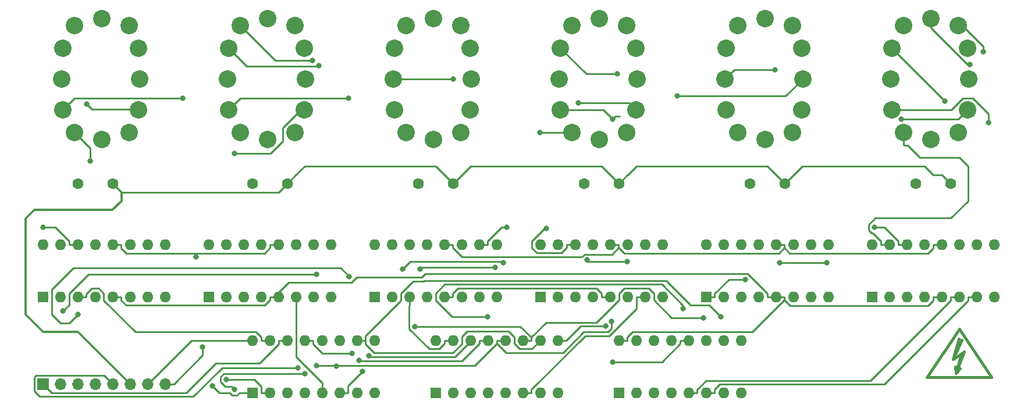
<source format=gbr>
G04 #@! TF.GenerationSoftware,KiCad,Pcbnew,(5.0.2)-1*
G04 #@! TF.CreationDate,2019-01-06T13:33:06-08:00*
G04 #@! TF.ProjectId,banana-nixie-clock,62616e61-6e61-42d6-9e69-7869652d636c,rev?*
G04 #@! TF.SameCoordinates,Original*
G04 #@! TF.FileFunction,Copper,L1,Top*
G04 #@! TF.FilePolarity,Positive*
%FSLAX46Y46*%
G04 Gerber Fmt 4.6, Leading zero omitted, Abs format (unit mm)*
G04 Created by KiCad (PCBNEW (5.0.2)-1) date 1/6/2019 1:33:06 PM*
%MOMM*%
%LPD*%
G01*
G04 APERTURE LIST*
G04 #@! TA.AperFunction,EtchedComponent*
%ADD10C,0.381000*%
G04 #@! TD*
G04 #@! TA.AperFunction,ComponentPad*
%ADD11C,2.540000*%
G04 #@! TD*
G04 #@! TA.AperFunction,ComponentPad*
%ADD12R,1.700000X1.700000*%
G04 #@! TD*
G04 #@! TA.AperFunction,ComponentPad*
%ADD13O,1.700000X1.700000*%
G04 #@! TD*
G04 #@! TA.AperFunction,ComponentPad*
%ADD14R,1.600000X1.600000*%
G04 #@! TD*
G04 #@! TA.AperFunction,ComponentPad*
%ADD15O,1.600000X1.600000*%
G04 #@! TD*
G04 #@! TA.AperFunction,ComponentPad*
%ADD16C,1.600000*%
G04 #@! TD*
G04 #@! TA.AperFunction,ViaPad*
%ADD17C,0.800000*%
G04 #@! TD*
G04 #@! TA.AperFunction,Conductor*
%ADD18C,0.250000*%
G04 #@! TD*
G04 #@! TA.AperFunction,Conductor*
%ADD19C,0.300000*%
G04 #@! TD*
G04 APERTURE END LIST*
D10*
G04 #@! TO.C,REF\002A\002A*
X155321000Y-96774000D02*
X160020000Y-89789000D01*
X164719000Y-96774000D02*
X155321000Y-96774000D01*
X160020000Y-89789000D02*
X164719000Y-96774000D01*
X159522160Y-96179640D02*
X159420560Y-95280480D01*
X160319720Y-93380560D02*
X159522160Y-96179640D01*
X159120840Y-94180660D02*
X160319720Y-93380560D01*
X159920940Y-91180920D02*
X159120840Y-94180660D01*
X159522160Y-96179640D02*
X160121600Y-95481140D01*
X159120840Y-94180660D02*
X160421320Y-91379040D01*
X160721040Y-93080840D02*
X160121600Y-93479620D01*
X159522160Y-96179640D02*
X160721040Y-93080840D01*
G04 #@! TD*
D11*
G04 #@! TO.P,N1,LHDP*
G04 #@! TO.N,Net-(N1-PadLHDP)*
X35242500Y-62156340D03*
G04 #@! TO.P,N1,A*
G04 #@! TO.N,Net-(N1-PadA)*
X39240460Y-61155580D03*
G04 #@! TO.P,N1,9*
G04 #@! TO.N,Net-(N1-Pad9)*
X40733980Y-53340000D03*
G04 #@! TO.P,N1,8*
G04 #@! TO.N,Net-(N1-Pad8)*
X40606980Y-48841660D03*
G04 #@! TO.P,N1,7*
G04 #@! TO.N,Net-(N1-Pad7)*
X39240460Y-45524420D03*
G04 #@! TO.P,N1,6*
G04 #@! TO.N,Net-(N1-Pad6)*
X35242500Y-44523660D03*
G04 #@! TO.P,N1,5*
G04 #@! TO.N,Net-(N1-Pad5)*
X31244540Y-45524420D03*
G04 #@! TO.P,N1,4*
G04 #@! TO.N,Net-(N1-Pad4)*
X29560520Y-48841660D03*
G04 #@! TO.P,N1,3*
G04 #@! TO.N,Net-(N1-Pad3)*
X29433520Y-53340000D03*
G04 #@! TO.P,N1,2*
G04 #@! TO.N,Net-(N1-Pad2)*
X29560520Y-57838340D03*
G04 #@! TO.P,N1,1*
G04 #@! TO.N,Net-(N1-Pad1)*
X31244540Y-61155580D03*
G04 #@! TO.P,N1,0*
G04 #@! TO.N,Net-(N1-Pad0)*
X40606980Y-57838340D03*
G04 #@! TD*
G04 #@! TO.P,N2,0*
G04 #@! TO.N,Net-(N2-Pad0)*
X64736980Y-57838340D03*
G04 #@! TO.P,N2,1*
G04 #@! TO.N,Net-(N2-Pad1)*
X55374540Y-61155580D03*
G04 #@! TO.P,N2,2*
G04 #@! TO.N,Net-(N2-Pad2)*
X53690520Y-57838340D03*
G04 #@! TO.P,N2,3*
G04 #@! TO.N,Net-(N2-Pad3)*
X53563520Y-53340000D03*
G04 #@! TO.P,N2,4*
G04 #@! TO.N,Net-(N2-Pad4)*
X53690520Y-48841660D03*
G04 #@! TO.P,N2,5*
G04 #@! TO.N,Net-(N2-Pad5)*
X55374540Y-45524420D03*
G04 #@! TO.P,N2,6*
G04 #@! TO.N,Net-(N2-Pad6)*
X59372500Y-44523660D03*
G04 #@! TO.P,N2,7*
G04 #@! TO.N,Net-(N2-Pad7)*
X63370460Y-45524420D03*
G04 #@! TO.P,N2,8*
G04 #@! TO.N,Net-(N2-Pad8)*
X64736980Y-48841660D03*
G04 #@! TO.P,N2,9*
G04 #@! TO.N,Net-(N2-Pad9)*
X64863980Y-53340000D03*
G04 #@! TO.P,N2,A*
G04 #@! TO.N,Net-(N2-PadA)*
X63370460Y-61155580D03*
G04 #@! TO.P,N2,LHDP*
G04 #@! TO.N,Net-(N2-PadLHDP)*
X59372500Y-62156340D03*
G04 #@! TD*
G04 #@! TO.P,N3,LHDP*
G04 #@! TO.N,Net-(N3-PadLHDP)*
X83502500Y-62156340D03*
G04 #@! TO.P,N3,A*
G04 #@! TO.N,Net-(N3-PadA)*
X87500460Y-61155580D03*
G04 #@! TO.P,N3,9*
G04 #@! TO.N,Net-(N3-Pad9)*
X88993980Y-53340000D03*
G04 #@! TO.P,N3,8*
G04 #@! TO.N,Net-(N3-Pad8)*
X88866980Y-48841660D03*
G04 #@! TO.P,N3,7*
G04 #@! TO.N,Net-(N3-Pad7)*
X87500460Y-45524420D03*
G04 #@! TO.P,N3,6*
G04 #@! TO.N,Net-(N3-Pad6)*
X83502500Y-44523660D03*
G04 #@! TO.P,N3,5*
G04 #@! TO.N,Net-(N3-Pad5)*
X79504540Y-45524420D03*
G04 #@! TO.P,N3,4*
G04 #@! TO.N,Net-(N3-Pad4)*
X77820520Y-48841660D03*
G04 #@! TO.P,N3,3*
G04 #@! TO.N,Net-(N3-Pad3)*
X77693520Y-53340000D03*
G04 #@! TO.P,N3,2*
G04 #@! TO.N,Net-(N3-Pad2)*
X77820520Y-57838340D03*
G04 #@! TO.P,N3,1*
G04 #@! TO.N,Net-(N3-Pad1)*
X79504540Y-61155580D03*
G04 #@! TO.P,N3,0*
G04 #@! TO.N,Net-(N3-Pad0)*
X88866980Y-57838340D03*
G04 #@! TD*
G04 #@! TO.P,N4,0*
G04 #@! TO.N,Net-(N4-Pad0)*
X112996980Y-57838340D03*
G04 #@! TO.P,N4,1*
G04 #@! TO.N,Net-(N4-Pad1)*
X103634540Y-61155580D03*
G04 #@! TO.P,N4,2*
G04 #@! TO.N,Net-(N4-Pad2)*
X101950520Y-57838340D03*
G04 #@! TO.P,N4,3*
G04 #@! TO.N,Net-(N4-Pad3)*
X101823520Y-53340000D03*
G04 #@! TO.P,N4,4*
G04 #@! TO.N,Net-(N4-Pad4)*
X101950520Y-48841660D03*
G04 #@! TO.P,N4,5*
G04 #@! TO.N,Net-(N4-Pad5)*
X103634540Y-45524420D03*
G04 #@! TO.P,N4,6*
G04 #@! TO.N,Net-(N4-Pad6)*
X107632500Y-44523660D03*
G04 #@! TO.P,N4,7*
G04 #@! TO.N,Net-(N4-Pad7)*
X111630460Y-45524420D03*
G04 #@! TO.P,N4,8*
G04 #@! TO.N,Net-(N4-Pad8)*
X112996980Y-48841660D03*
G04 #@! TO.P,N4,9*
G04 #@! TO.N,Net-(N4-Pad9)*
X113123980Y-53340000D03*
G04 #@! TO.P,N4,A*
G04 #@! TO.N,Net-(N4-PadA)*
X111630460Y-61155580D03*
G04 #@! TO.P,N4,LHDP*
G04 #@! TO.N,Net-(N4-PadLHDP)*
X107632500Y-62156340D03*
G04 #@! TD*
G04 #@! TO.P,N5,LHDP*
G04 #@! TO.N,Net-(N5-PadLHDP)*
X131762500Y-62156340D03*
G04 #@! TO.P,N5,A*
G04 #@! TO.N,Net-(N5-PadA)*
X135760460Y-61155580D03*
G04 #@! TO.P,N5,9*
G04 #@! TO.N,Net-(N5-Pad9)*
X137253980Y-53340000D03*
G04 #@! TO.P,N5,8*
G04 #@! TO.N,Net-(N5-Pad8)*
X137126980Y-48841660D03*
G04 #@! TO.P,N5,7*
G04 #@! TO.N,Net-(N5-Pad7)*
X135760460Y-45524420D03*
G04 #@! TO.P,N5,6*
G04 #@! TO.N,Net-(N5-Pad6)*
X131762500Y-44523660D03*
G04 #@! TO.P,N5,5*
G04 #@! TO.N,Net-(N5-Pad5)*
X127764540Y-45524420D03*
G04 #@! TO.P,N5,4*
G04 #@! TO.N,Net-(N5-Pad4)*
X126080520Y-48841660D03*
G04 #@! TO.P,N5,3*
G04 #@! TO.N,Net-(N5-Pad3)*
X125953520Y-53340000D03*
G04 #@! TO.P,N5,2*
G04 #@! TO.N,Net-(N5-Pad2)*
X126080520Y-57838340D03*
G04 #@! TO.P,N5,1*
G04 #@! TO.N,Net-(N5-Pad1)*
X127764540Y-61155580D03*
G04 #@! TO.P,N5,0*
G04 #@! TO.N,Net-(N5-Pad0)*
X137126980Y-57838340D03*
G04 #@! TD*
G04 #@! TO.P,N6,0*
G04 #@! TO.N,Net-(N6-Pad0)*
X161256980Y-57838340D03*
G04 #@! TO.P,N6,1*
G04 #@! TO.N,Net-(N6-Pad1)*
X151894540Y-61155580D03*
G04 #@! TO.P,N6,2*
G04 #@! TO.N,Net-(N6-Pad2)*
X150210520Y-57838340D03*
G04 #@! TO.P,N6,3*
G04 #@! TO.N,Net-(N6-Pad3)*
X150083520Y-53340000D03*
G04 #@! TO.P,N6,4*
G04 #@! TO.N,Net-(N6-Pad4)*
X150210520Y-48841660D03*
G04 #@! TO.P,N6,5*
G04 #@! TO.N,Net-(N6-Pad5)*
X151894540Y-45524420D03*
G04 #@! TO.P,N6,6*
G04 #@! TO.N,Net-(N6-Pad6)*
X155892500Y-44523660D03*
G04 #@! TO.P,N6,7*
G04 #@! TO.N,Net-(N6-Pad7)*
X159890460Y-45524420D03*
G04 #@! TO.P,N6,8*
G04 #@! TO.N,Net-(N6-Pad8)*
X161256980Y-48841660D03*
G04 #@! TO.P,N6,9*
G04 #@! TO.N,Net-(N6-Pad9)*
X161383980Y-53340000D03*
G04 #@! TO.P,N6,A*
G04 #@! TO.N,Net-(N6-PadA)*
X159890460Y-61155580D03*
G04 #@! TO.P,N6,LHDP*
G04 #@! TO.N,Net-(N6-PadLHDP)*
X155892500Y-62156340D03*
G04 #@! TD*
D12*
G04 #@! TO.P,J1,1*
G04 #@! TO.N,Net-(J1-Pad1)*
X26670000Y-97790000D03*
D13*
G04 #@! TO.P,J1,2*
G04 #@! TO.N,Net-(J1-Pad2)*
X29210000Y-97790000D03*
G04 #@! TO.P,J1,3*
G04 #@! TO.N,Net-(J1-Pad3)*
X31750000Y-97790000D03*
G04 #@! TO.P,J1,4*
G04 #@! TO.N,Net-(J1-Pad4)*
X34290000Y-97790000D03*
G04 #@! TO.P,J1,5*
G04 #@! TO.N,Net-(J1-Pad5)*
X36830000Y-97790000D03*
G04 #@! TO.P,J1,6*
G04 #@! TO.N,Net-(J1-Pad6)*
X39370000Y-97790000D03*
G04 #@! TO.P,J1,7*
G04 #@! TO.N,+5V*
X41910000Y-97790000D03*
G04 #@! TO.P,J1,8*
G04 #@! TO.N,GND*
X44450000Y-97790000D03*
G04 #@! TD*
D14*
G04 #@! TO.P,U4,1*
G04 #@! TO.N,Net-(U4-Pad1)*
X83820000Y-99060000D03*
D15*
G04 #@! TO.P,U4,9*
G04 #@! TO.N,Net-(U4-Pad9)*
X101600000Y-91440000D03*
G04 #@! TO.P,U4,2*
G04 #@! TO.N,Net-(U4-Pad2)*
X86360000Y-99060000D03*
G04 #@! TO.P,U4,10*
G04 #@! TO.N,Net-(J1-Pad3)*
X99060000Y-91440000D03*
G04 #@! TO.P,U4,3*
G04 #@! TO.N,Net-(U4-Pad3)*
X88900000Y-99060000D03*
G04 #@! TO.P,U4,11*
G04 #@! TO.N,Net-(J1-Pad2)*
X96520000Y-91440000D03*
G04 #@! TO.P,U4,4*
G04 #@! TO.N,Net-(U4-Pad4)*
X91440000Y-99060000D03*
G04 #@! TO.P,U4,12*
G04 #@! TO.N,Net-(J1-Pad4)*
X93980000Y-91440000D03*
G04 #@! TO.P,U4,5*
G04 #@! TO.N,Net-(U4-Pad5)*
X93980000Y-99060000D03*
G04 #@! TO.P,U4,13*
G04 #@! TO.N,Net-(J1-Pad5)*
X91440000Y-91440000D03*
G04 #@! TO.P,U4,6*
G04 #@! TO.N,Net-(U4-Pad6)*
X96520000Y-99060000D03*
G04 #@! TO.P,U4,14*
G04 #@! TO.N,Net-(U2-Pad9)*
X88900000Y-91440000D03*
G04 #@! TO.P,U4,7*
G04 #@! TO.N,Net-(U4-Pad7)*
X99060000Y-99060000D03*
G04 #@! TO.P,U4,15*
G04 #@! TO.N,Net-(U4-Pad15)*
X86360000Y-91440000D03*
G04 #@! TO.P,U4,8*
G04 #@! TO.N,GND*
X101600000Y-99060000D03*
G04 #@! TO.P,U4,16*
G04 #@! TO.N,+5V*
X83820000Y-91440000D03*
G04 #@! TD*
G04 #@! TO.P,U1,16*
G04 #@! TO.N,Net-(N1-Pad0)*
X26670000Y-77470000D03*
G04 #@! TO.P,U1,8*
G04 #@! TO.N,Net-(N1-Pad2)*
X44450000Y-85090000D03*
G04 #@! TO.P,U1,15*
G04 #@! TO.N,Net-(N1-Pad1)*
X29210000Y-77470000D03*
G04 #@! TO.P,U1,7*
G04 #@! TO.N,Net-(U1-Pad7)*
X41910000Y-85090000D03*
G04 #@! TO.P,U1,14*
G04 #@! TO.N,Net-(N1-Pad5)*
X31750000Y-77470000D03*
G04 #@! TO.P,U1,6*
G04 #@! TO.N,Net-(U1-Pad6)*
X39370000Y-85090000D03*
G04 #@! TO.P,U1,13*
G04 #@! TO.N,Net-(N1-Pad4)*
X34290000Y-77470000D03*
G04 #@! TO.P,U1,5*
G04 #@! TO.N,+5V*
X36830000Y-85090000D03*
G04 #@! TO.P,U1,12*
G04 #@! TO.N,GND*
X36830000Y-77470000D03*
G04 #@! TO.P,U1,4*
G04 #@! TO.N,Net-(U1-Pad4)*
X34290000Y-85090000D03*
G04 #@! TO.P,U1,11*
G04 #@! TO.N,Net-(N1-Pad6)*
X39370000Y-77470000D03*
G04 #@! TO.P,U1,3*
G04 #@! TO.N,Net-(U1-Pad3)*
X31750000Y-85090000D03*
G04 #@! TO.P,U1,10*
G04 #@! TO.N,Net-(N1-Pad7)*
X41910000Y-77470000D03*
G04 #@! TO.P,U1,2*
G04 #@! TO.N,Net-(N1-Pad9)*
X29210000Y-85090000D03*
G04 #@! TO.P,U1,9*
G04 #@! TO.N,Net-(N1-Pad3)*
X44450000Y-77470000D03*
D14*
G04 #@! TO.P,U1,1*
G04 #@! TO.N,Net-(N1-Pad8)*
X26670000Y-85090000D03*
G04 #@! TD*
G04 #@! TO.P,U2,1*
G04 #@! TO.N,Net-(U1-Pad6)*
X57150000Y-99060000D03*
D15*
G04 #@! TO.P,U2,9*
G04 #@! TO.N,Net-(U2-Pad9)*
X74930000Y-91440000D03*
G04 #@! TO.P,U2,2*
G04 #@! TO.N,Net-(U1-Pad7)*
X59690000Y-99060000D03*
G04 #@! TO.P,U2,10*
G04 #@! TO.N,Net-(J1-Pad3)*
X72390000Y-91440000D03*
G04 #@! TO.P,U2,3*
G04 #@! TO.N,Net-(U1-Pad4)*
X62230000Y-99060000D03*
G04 #@! TO.P,U2,11*
G04 #@! TO.N,Net-(J1-Pad2)*
X69850000Y-91440000D03*
G04 #@! TO.P,U2,4*
G04 #@! TO.N,Net-(U2-Pad4)*
X64770000Y-99060000D03*
G04 #@! TO.P,U2,12*
G04 #@! TO.N,Net-(J1-Pad4)*
X67310000Y-91440000D03*
G04 #@! TO.P,U2,5*
G04 #@! TO.N,Net-(U2-Pad5)*
X67310000Y-99060000D03*
G04 #@! TO.P,U2,13*
G04 #@! TO.N,Net-(J1-Pad5)*
X64770000Y-91440000D03*
G04 #@! TO.P,U2,6*
G04 #@! TO.N,Net-(U2-Pad6)*
X69850000Y-99060000D03*
G04 #@! TO.P,U2,14*
G04 #@! TO.N,Net-(J1-Pad1)*
X62230000Y-91440000D03*
G04 #@! TO.P,U2,7*
G04 #@! TO.N,Net-(U2-Pad7)*
X72390000Y-99060000D03*
G04 #@! TO.P,U2,15*
G04 #@! TO.N,Net-(U1-Pad3)*
X59690000Y-91440000D03*
G04 #@! TO.P,U2,8*
G04 #@! TO.N,GND*
X74930000Y-99060000D03*
G04 #@! TO.P,U2,16*
G04 #@! TO.N,+5V*
X57150000Y-91440000D03*
G04 #@! TD*
G04 #@! TO.P,U3,16*
G04 #@! TO.N,Net-(N2-Pad0)*
X50800000Y-77470000D03*
G04 #@! TO.P,U3,8*
G04 #@! TO.N,Net-(N2-Pad2)*
X68580000Y-85090000D03*
G04 #@! TO.P,U3,15*
G04 #@! TO.N,Net-(N2-Pad1)*
X53340000Y-77470000D03*
G04 #@! TO.P,U3,7*
G04 #@! TO.N,Net-(U2-Pad6)*
X66040000Y-85090000D03*
G04 #@! TO.P,U3,14*
G04 #@! TO.N,Net-(N2-Pad5)*
X55880000Y-77470000D03*
G04 #@! TO.P,U3,6*
G04 #@! TO.N,Net-(U2-Pad5)*
X63500000Y-85090000D03*
G04 #@! TO.P,U3,13*
G04 #@! TO.N,Net-(N2-Pad4)*
X58420000Y-77470000D03*
G04 #@! TO.P,U3,5*
G04 #@! TO.N,+5V*
X60960000Y-85090000D03*
G04 #@! TO.P,U3,12*
G04 #@! TO.N,GND*
X60960000Y-77470000D03*
G04 #@! TO.P,U3,4*
G04 #@! TO.N,Net-(U2-Pad7)*
X58420000Y-85090000D03*
G04 #@! TO.P,U3,11*
G04 #@! TO.N,Net-(N2-Pad6)*
X63500000Y-77470000D03*
G04 #@! TO.P,U3,3*
G04 #@! TO.N,Net-(U2-Pad4)*
X55880000Y-85090000D03*
G04 #@! TO.P,U3,10*
G04 #@! TO.N,Net-(N2-Pad7)*
X66040000Y-77470000D03*
G04 #@! TO.P,U3,2*
G04 #@! TO.N,Net-(N2-Pad9)*
X53340000Y-85090000D03*
G04 #@! TO.P,U3,9*
G04 #@! TO.N,Net-(N2-Pad3)*
X68580000Y-77470000D03*
D14*
G04 #@! TO.P,U3,1*
G04 #@! TO.N,Net-(N2-Pad8)*
X50800000Y-85090000D03*
G04 #@! TD*
G04 #@! TO.P,U5,1*
G04 #@! TO.N,Net-(U5-Pad1)*
X110490000Y-99060000D03*
D15*
G04 #@! TO.P,U5,9*
G04 #@! TO.N,Net-(U5-Pad9)*
X128270000Y-91440000D03*
G04 #@! TO.P,U5,2*
G04 #@! TO.N,Net-(U5-Pad2)*
X113030000Y-99060000D03*
G04 #@! TO.P,U5,10*
G04 #@! TO.N,Net-(J1-Pad3)*
X125730000Y-91440000D03*
G04 #@! TO.P,U5,3*
G04 #@! TO.N,Net-(U5-Pad3)*
X115570000Y-99060000D03*
G04 #@! TO.P,U5,11*
G04 #@! TO.N,Net-(J1-Pad2)*
X123190000Y-91440000D03*
G04 #@! TO.P,U5,4*
G04 #@! TO.N,Net-(U5-Pad4)*
X118110000Y-99060000D03*
G04 #@! TO.P,U5,12*
G04 #@! TO.N,Net-(J1-Pad4)*
X120650000Y-91440000D03*
G04 #@! TO.P,U5,5*
G04 #@! TO.N,Net-(U5-Pad5)*
X120650000Y-99060000D03*
G04 #@! TO.P,U5,13*
G04 #@! TO.N,Net-(J1-Pad5)*
X118110000Y-91440000D03*
G04 #@! TO.P,U5,6*
G04 #@! TO.N,Net-(U5-Pad6)*
X123190000Y-99060000D03*
G04 #@! TO.P,U5,14*
G04 #@! TO.N,Net-(U4-Pad9)*
X115570000Y-91440000D03*
G04 #@! TO.P,U5,7*
G04 #@! TO.N,Net-(U5-Pad7)*
X125730000Y-99060000D03*
G04 #@! TO.P,U5,15*
G04 #@! TO.N,Net-(U5-Pad15)*
X113030000Y-91440000D03*
G04 #@! TO.P,U5,8*
G04 #@! TO.N,GND*
X128270000Y-99060000D03*
G04 #@! TO.P,U5,16*
G04 #@! TO.N,+5V*
X110490000Y-91440000D03*
G04 #@! TD*
G04 #@! TO.P,U7,16*
G04 #@! TO.N,Net-(N4-Pad0)*
X99060000Y-77470000D03*
G04 #@! TO.P,U7,8*
G04 #@! TO.N,Net-(N4-Pad2)*
X116840000Y-85090000D03*
G04 #@! TO.P,U7,15*
G04 #@! TO.N,Net-(N4-Pad1)*
X101600000Y-77470000D03*
G04 #@! TO.P,U7,7*
G04 #@! TO.N,Net-(U4-Pad6)*
X114300000Y-85090000D03*
G04 #@! TO.P,U7,14*
G04 #@! TO.N,Net-(N4-Pad5)*
X104140000Y-77470000D03*
G04 #@! TO.P,U7,6*
G04 #@! TO.N,Net-(U4-Pad5)*
X111760000Y-85090000D03*
G04 #@! TO.P,U7,13*
G04 #@! TO.N,Net-(N4-Pad4)*
X106680000Y-77470000D03*
G04 #@! TO.P,U7,5*
G04 #@! TO.N,+5V*
X109220000Y-85090000D03*
G04 #@! TO.P,U7,12*
G04 #@! TO.N,GND*
X109220000Y-77470000D03*
G04 #@! TO.P,U7,4*
G04 #@! TO.N,Net-(U4-Pad7)*
X106680000Y-85090000D03*
G04 #@! TO.P,U7,11*
G04 #@! TO.N,Net-(N4-Pad6)*
X111760000Y-77470000D03*
G04 #@! TO.P,U7,3*
G04 #@! TO.N,Net-(U4-Pad4)*
X104140000Y-85090000D03*
G04 #@! TO.P,U7,10*
G04 #@! TO.N,Net-(N4-Pad7)*
X114300000Y-77470000D03*
G04 #@! TO.P,U7,2*
G04 #@! TO.N,Net-(N4-Pad9)*
X101600000Y-85090000D03*
G04 #@! TO.P,U7,9*
G04 #@! TO.N,Net-(N4-Pad3)*
X116840000Y-77470000D03*
D14*
G04 #@! TO.P,U7,1*
G04 #@! TO.N,Net-(N4-Pad8)*
X99060000Y-85090000D03*
G04 #@! TD*
G04 #@! TO.P,U8,1*
G04 #@! TO.N,Net-(N5-Pad8)*
X123190000Y-85090000D03*
D15*
G04 #@! TO.P,U8,9*
G04 #@! TO.N,Net-(N5-Pad3)*
X140970000Y-77470000D03*
G04 #@! TO.P,U8,2*
G04 #@! TO.N,Net-(N5-Pad9)*
X125730000Y-85090000D03*
G04 #@! TO.P,U8,10*
G04 #@! TO.N,Net-(N5-Pad7)*
X138430000Y-77470000D03*
G04 #@! TO.P,U8,3*
G04 #@! TO.N,Net-(U5-Pad15)*
X128270000Y-85090000D03*
G04 #@! TO.P,U8,11*
G04 #@! TO.N,Net-(N5-Pad6)*
X135890000Y-77470000D03*
G04 #@! TO.P,U8,4*
G04 #@! TO.N,Net-(U5-Pad3)*
X130810000Y-85090000D03*
G04 #@! TO.P,U8,12*
G04 #@! TO.N,GND*
X133350000Y-77470000D03*
G04 #@! TO.P,U8,5*
G04 #@! TO.N,+5V*
X133350000Y-85090000D03*
G04 #@! TO.P,U8,13*
G04 #@! TO.N,Net-(N5-Pad4)*
X130810000Y-77470000D03*
G04 #@! TO.P,U8,6*
G04 #@! TO.N,Net-(U5-Pad1)*
X135890000Y-85090000D03*
G04 #@! TO.P,U8,14*
G04 #@! TO.N,Net-(N5-Pad5)*
X128270000Y-77470000D03*
G04 #@! TO.P,U8,7*
G04 #@! TO.N,Net-(U5-Pad2)*
X138430000Y-85090000D03*
G04 #@! TO.P,U8,15*
G04 #@! TO.N,Net-(N5-Pad1)*
X125730000Y-77470000D03*
G04 #@! TO.P,U8,8*
G04 #@! TO.N,Net-(N5-Pad2)*
X140970000Y-85090000D03*
G04 #@! TO.P,U8,16*
G04 #@! TO.N,Net-(N5-Pad0)*
X123190000Y-77470000D03*
G04 #@! TD*
G04 #@! TO.P,U9,16*
G04 #@! TO.N,Net-(N6-Pad0)*
X147320000Y-77470000D03*
G04 #@! TO.P,U9,8*
G04 #@! TO.N,Net-(N6-Pad2)*
X165100000Y-85090000D03*
G04 #@! TO.P,U9,15*
G04 #@! TO.N,Net-(N6-Pad1)*
X149860000Y-77470000D03*
G04 #@! TO.P,U9,7*
G04 #@! TO.N,Net-(U5-Pad6)*
X162560000Y-85090000D03*
G04 #@! TO.P,U9,14*
G04 #@! TO.N,Net-(N6-Pad5)*
X152400000Y-77470000D03*
G04 #@! TO.P,U9,6*
G04 #@! TO.N,Net-(U5-Pad5)*
X160020000Y-85090000D03*
G04 #@! TO.P,U9,13*
G04 #@! TO.N,Net-(N6-Pad4)*
X154940000Y-77470000D03*
G04 #@! TO.P,U9,5*
G04 #@! TO.N,+5V*
X157480000Y-85090000D03*
G04 #@! TO.P,U9,12*
G04 #@! TO.N,GND*
X157480000Y-77470000D03*
G04 #@! TO.P,U9,4*
G04 #@! TO.N,Net-(U5-Pad7)*
X154940000Y-85090000D03*
G04 #@! TO.P,U9,11*
G04 #@! TO.N,Net-(N6-Pad6)*
X160020000Y-77470000D03*
G04 #@! TO.P,U9,3*
G04 #@! TO.N,Net-(U5-Pad4)*
X152400000Y-85090000D03*
G04 #@! TO.P,U9,10*
G04 #@! TO.N,Net-(N6-Pad7)*
X162560000Y-77470000D03*
G04 #@! TO.P,U9,2*
G04 #@! TO.N,Net-(N6-Pad9)*
X149860000Y-85090000D03*
G04 #@! TO.P,U9,9*
G04 #@! TO.N,Net-(N6-Pad3)*
X165100000Y-77470000D03*
D14*
G04 #@! TO.P,U9,1*
G04 #@! TO.N,Net-(N6-Pad8)*
X147320000Y-85090000D03*
G04 #@! TD*
G04 #@! TO.P,U6,1*
G04 #@! TO.N,Net-(N3-Pad8)*
X74930000Y-85090000D03*
D15*
G04 #@! TO.P,U6,9*
G04 #@! TO.N,Net-(N3-Pad3)*
X92710000Y-77470000D03*
G04 #@! TO.P,U6,2*
G04 #@! TO.N,Net-(N3-Pad9)*
X77470000Y-85090000D03*
G04 #@! TO.P,U6,10*
G04 #@! TO.N,Net-(N3-Pad7)*
X90170000Y-77470000D03*
G04 #@! TO.P,U6,3*
G04 #@! TO.N,Net-(U4-Pad15)*
X80010000Y-85090000D03*
G04 #@! TO.P,U6,11*
G04 #@! TO.N,Net-(N3-Pad6)*
X87630000Y-77470000D03*
G04 #@! TO.P,U6,4*
G04 #@! TO.N,Net-(U4-Pad3)*
X82550000Y-85090000D03*
G04 #@! TO.P,U6,12*
G04 #@! TO.N,GND*
X85090000Y-77470000D03*
G04 #@! TO.P,U6,5*
G04 #@! TO.N,+5V*
X85090000Y-85090000D03*
G04 #@! TO.P,U6,13*
G04 #@! TO.N,Net-(N3-Pad4)*
X82550000Y-77470000D03*
G04 #@! TO.P,U6,6*
G04 #@! TO.N,Net-(U4-Pad1)*
X87630000Y-85090000D03*
G04 #@! TO.P,U6,14*
G04 #@! TO.N,Net-(N3-Pad5)*
X80010000Y-77470000D03*
G04 #@! TO.P,U6,7*
G04 #@! TO.N,Net-(U4-Pad2)*
X90170000Y-85090000D03*
G04 #@! TO.P,U6,15*
G04 #@! TO.N,Net-(N3-Pad1)*
X77470000Y-77470000D03*
G04 #@! TO.P,U6,8*
G04 #@! TO.N,Net-(N3-Pad2)*
X92710000Y-85090000D03*
G04 #@! TO.P,U6,16*
G04 #@! TO.N,Net-(N3-Pad0)*
X74930000Y-77470000D03*
G04 #@! TD*
D16*
G04 #@! TO.P,R2,2*
G04 #@! TO.N,Net-(J1-Pad6)*
X62230000Y-68580000D03*
G04 #@! TO.P,R2,1*
G04 #@! TO.N,Net-(N2-PadA)*
X57150000Y-68580000D03*
G04 #@! TD*
G04 #@! TO.P,R1,1*
G04 #@! TO.N,Net-(N1-PadA)*
X31750000Y-68580000D03*
G04 #@! TO.P,R1,2*
G04 #@! TO.N,Net-(J1-Pad6)*
X36830000Y-68580000D03*
G04 #@! TD*
G04 #@! TO.P,R6,2*
G04 #@! TO.N,Net-(J1-Pad6)*
X158750000Y-68580000D03*
G04 #@! TO.P,R6,1*
G04 #@! TO.N,Net-(N6-PadA)*
X153670000Y-68580000D03*
G04 #@! TD*
G04 #@! TO.P,R5,1*
G04 #@! TO.N,Net-(N5-PadA)*
X129540000Y-68580000D03*
G04 #@! TO.P,R5,2*
G04 #@! TO.N,Net-(J1-Pad6)*
X134620000Y-68580000D03*
G04 #@! TD*
G04 #@! TO.P,R4,2*
G04 #@! TO.N,Net-(J1-Pad6)*
X110490000Y-68580000D03*
G04 #@! TO.P,R4,1*
G04 #@! TO.N,Net-(N4-PadA)*
X105410000Y-68580000D03*
G04 #@! TD*
G04 #@! TO.P,R3,1*
G04 #@! TO.N,Net-(N3-PadA)*
X81280000Y-68580000D03*
G04 #@! TO.P,R3,2*
G04 #@! TO.N,Net-(J1-Pad6)*
X86360000Y-68580000D03*
G04 #@! TD*
D17*
G04 #@! TO.N,Net-(N1-Pad0)*
X33078100Y-57023500D03*
G04 #@! TO.N,Net-(N1-Pad1)*
X33542200Y-65277300D03*
G04 #@! TO.N,Net-(N1-Pad2)*
X47020600Y-56143200D03*
G04 #@! TO.N,Net-(N1-Pad5)*
X26670000Y-74952800D03*
G04 #@! TO.N,GND*
X49928600Y-92369200D03*
X48980800Y-79279500D03*
G04 #@! TO.N,Net-(U1-Pad6)*
X51294300Y-98025200D03*
G04 #@! TO.N,Net-(U1-Pad7)*
X53366400Y-97115200D03*
G04 #@! TO.N,Net-(U2-Pad9)*
X74099700Y-93630900D03*
G04 #@! TO.N,Net-(U2-Pad6)*
X73172000Y-95978100D03*
G04 #@! TO.N,Net-(N2-Pad0)*
X54569400Y-64207000D03*
G04 #@! TO.N,Net-(N2-Pad2)*
X71155700Y-56143200D03*
G04 #@! TO.N,Net-(N2-Pad5)*
X65864500Y-50642300D03*
G04 #@! TO.N,Net-(N2-Pad4)*
X66819600Y-51374800D03*
G04 #@! TO.N,Net-(U4-Pad9)*
X108547900Y-89374800D03*
G04 #@! TO.N,Net-(N3-Pad8)*
X93703300Y-80120700D03*
X78991100Y-81028900D03*
G04 #@! TO.N,Net-(N3-Pad3)*
X86347900Y-53340000D03*
G04 #@! TO.N,Net-(N3-Pad9)*
X92458600Y-80769200D03*
X81543100Y-81016900D03*
G04 #@! TO.N,Net-(N3-Pad7)*
X94151400Y-74952800D03*
G04 #@! TO.N,Net-(N4-Pad0)*
X104548400Y-56818800D03*
G04 #@! TO.N,Net-(N4-Pad2)*
X109626500Y-59199100D03*
X105842400Y-79726100D03*
X111660400Y-79910400D03*
G04 #@! TO.N,Net-(N4-Pad1)*
X98965500Y-61155600D03*
G04 #@! TO.N,Net-(N4-Pad5)*
X99891700Y-75151400D03*
G04 #@! TO.N,Net-(N4-Pad4)*
X110240300Y-52630900D03*
G04 #@! TO.N,Net-(N5-Pad8)*
X140732300Y-80121700D03*
X133879600Y-80121700D03*
X128883000Y-82532000D03*
G04 #@! TO.N,Net-(N5-Pad3)*
X133218800Y-51982500D03*
G04 #@! TO.N,Net-(N5-Pad9)*
X119004200Y-55846700D03*
G04 #@! TO.N,Net-(N6-Pad0)*
X151538000Y-59188900D03*
G04 #@! TO.N,Net-(N6-Pad2)*
X164291400Y-59710900D03*
G04 #@! TO.N,Net-(N6-Pad5)*
X147672400Y-74952800D03*
G04 #@! TO.N,Net-(N6-Pad4)*
X157916200Y-56613600D03*
G04 #@! TO.N,Net-(N6-Pad6)*
X161579000Y-51254100D03*
G04 #@! TO.N,Net-(N6-Pad7)*
X163482700Y-49370200D03*
G04 #@! TO.N,Net-(J1-Pad3)*
X66514800Y-81768500D03*
X29613000Y-87164000D03*
X125329800Y-88020400D03*
G04 #@! TO.N,Net-(J1-Pad2)*
X71255400Y-82148300D03*
X80772500Y-89390100D03*
X122813600Y-88148500D03*
X31750000Y-87630000D03*
G04 #@! TO.N,Net-(J1-Pad4)*
X54577800Y-98606700D03*
X64754600Y-96248000D03*
X66508300Y-95126300D03*
X109418100Y-88629200D03*
X109551800Y-94556000D03*
X69373600Y-95216700D03*
G04 #@! TO.N,Net-(J1-Pad5)*
X91416200Y-87975800D03*
X119851400Y-86800300D03*
X63741800Y-95404800D03*
X71662000Y-93310200D03*
X72646600Y-94294800D03*
G04 #@! TD*
D18*
G04 #@! TO.N,Net-(N1-Pad0)*
X40607000Y-57838300D02*
X40489700Y-57721000D01*
X40489700Y-57721000D02*
X40489700Y-57720900D01*
X40489700Y-57720900D02*
X33775500Y-57720900D01*
X33775500Y-57720900D02*
X33078100Y-57023500D01*
G04 #@! TO.N,Net-(N1-Pad1)*
X31244500Y-61155600D02*
X33542200Y-63453300D01*
X33542200Y-63453300D02*
X33542200Y-65277300D01*
G04 #@! TO.N,Net-(N1-Pad2)*
X29560500Y-57838300D02*
X31255600Y-56143200D01*
X31255600Y-56143200D02*
X47020600Y-56143200D01*
G04 #@! TO.N,Net-(N1-Pad5)*
X31750000Y-77470000D02*
X30524900Y-77470000D01*
X26670000Y-74952800D02*
X28515400Y-74952800D01*
X28515400Y-74952800D02*
X30524900Y-76962300D01*
X30524900Y-76962300D02*
X30524900Y-77470000D01*
G04 #@! TO.N,Net-(U1-Pad3)*
X58464900Y-91440000D02*
X58464900Y-90980500D01*
X58464900Y-90980500D02*
X57699300Y-90214900D01*
X57699300Y-90214900D02*
X40132300Y-90214900D01*
X40132300Y-90214900D02*
X35515100Y-85597700D01*
X35515100Y-85597700D02*
X35515100Y-84582500D01*
X35515100Y-84582500D02*
X34797500Y-83864900D01*
X34797500Y-83864900D02*
X33782500Y-83864900D01*
X33782500Y-83864900D02*
X32975200Y-84672200D01*
X32975200Y-84672200D02*
X32975200Y-85090000D01*
X32975200Y-85090000D02*
X32975100Y-85090000D01*
X31750000Y-85090000D02*
X32975100Y-85090000D01*
X59690000Y-91440000D02*
X58464900Y-91440000D01*
G04 #@! TO.N,GND*
X110445100Y-77929400D02*
X109473500Y-78901000D01*
X109473500Y-78901000D02*
X105500700Y-78901000D01*
X105500700Y-78901000D02*
X105136800Y-79264900D01*
X105136800Y-79264900D02*
X87650600Y-79264900D01*
X87650600Y-79264900D02*
X86315100Y-77929400D01*
X86315100Y-77929400D02*
X86315100Y-77470000D01*
X45725100Y-97790000D02*
X49928600Y-93586500D01*
X49928600Y-93586500D02*
X49928600Y-92369200D01*
X48980800Y-78716000D02*
X38793400Y-78716000D01*
X38793400Y-78716000D02*
X38055100Y-77977700D01*
X38055100Y-77977700D02*
X38055100Y-77470000D01*
X59734900Y-77470000D02*
X59734900Y-77929400D01*
X59734900Y-77929400D02*
X58948300Y-78716000D01*
X58948300Y-78716000D02*
X48980800Y-78716000D01*
X48980800Y-78716000D02*
X48980800Y-79279500D01*
X44450000Y-97790000D02*
X45725100Y-97790000D01*
X85090000Y-77470000D02*
X86315100Y-77470000D01*
X110445100Y-77929400D02*
X111247500Y-78731800D01*
X111247500Y-78731800D02*
X133772700Y-78731800D01*
X133772700Y-78731800D02*
X134575100Y-77929400D01*
X110445100Y-77470000D02*
X110445100Y-77929400D01*
X134575100Y-77929400D02*
X135361700Y-78716000D01*
X135361700Y-78716000D02*
X155516600Y-78716000D01*
X155516600Y-78716000D02*
X156254900Y-77977700D01*
X156254900Y-77977700D02*
X156254900Y-77470000D01*
X134575100Y-77470000D02*
X134575100Y-77929400D01*
X109220000Y-77470000D02*
X110445100Y-77470000D01*
X36830000Y-77470000D02*
X38055100Y-77470000D01*
X60960000Y-77470000D02*
X59734900Y-77470000D01*
X157480000Y-77470000D02*
X156254900Y-77470000D01*
X133350000Y-77470000D02*
X134575100Y-77470000D01*
G04 #@! TO.N,Net-(U1-Pad6)*
X51294300Y-98025200D02*
X52329100Y-99060000D01*
X52329100Y-99060000D02*
X53864300Y-99060000D01*
X53864300Y-99060000D02*
X54236100Y-99431800D01*
X54236100Y-99431800D02*
X54919600Y-99431800D01*
X54919600Y-99431800D02*
X55291400Y-99060000D01*
X55291400Y-99060000D02*
X57150000Y-99060000D01*
G04 #@! TO.N,Net-(U1-Pad7)*
X58464900Y-99060000D02*
X58464900Y-98141200D01*
X58464900Y-98141200D02*
X57438900Y-97115200D01*
X57438900Y-97115200D02*
X53366400Y-97115200D01*
X59690000Y-99060000D02*
X58464900Y-99060000D01*
G04 #@! TO.N,Net-(U2-Pad9)*
X88900000Y-91440000D02*
X88900000Y-91532500D01*
X88900000Y-91532500D02*
X86612700Y-93819800D01*
X86612700Y-93819800D02*
X74288600Y-93819800D01*
X74288600Y-93819800D02*
X74099700Y-93630900D01*
G04 #@! TO.N,Net-(U2-Pad5)*
X67310000Y-97834900D02*
X67310000Y-97609400D01*
X67310000Y-97609400D02*
X63500000Y-93799400D01*
X63500000Y-93799400D02*
X63500000Y-85090000D01*
X67310000Y-99060000D02*
X67310000Y-97834900D01*
G04 #@! TO.N,Net-(U2-Pad6)*
X71075100Y-99060000D02*
X71075100Y-98075000D01*
X71075100Y-98075000D02*
X73172000Y-95978100D01*
X69850000Y-99060000D02*
X71075100Y-99060000D01*
G04 #@! TO.N,Net-(N2-Pad0)*
X64737000Y-57838300D02*
X64180400Y-57838300D01*
X64180400Y-57838300D02*
X61594100Y-60424600D01*
X61594100Y-60424600D02*
X61594100Y-62389300D01*
X61594100Y-62389300D02*
X59776400Y-64207000D01*
X59776400Y-64207000D02*
X54569400Y-64207000D01*
G04 #@! TO.N,Net-(N2-Pad2)*
X53690500Y-57838300D02*
X55385600Y-56143200D01*
X55385600Y-56143200D02*
X71155700Y-56143200D01*
G04 #@! TO.N,Net-(N2-Pad5)*
X55374500Y-45524400D02*
X60492400Y-50642300D01*
X60492400Y-50642300D02*
X65864500Y-50642300D01*
G04 #@! TO.N,Net-(N2-Pad4)*
X53690500Y-48841700D02*
X56316200Y-51467400D01*
X56316200Y-51467400D02*
X66727000Y-51467400D01*
X66727000Y-51467400D02*
X66819600Y-51374800D01*
G04 #@! TO.N,Net-(U4-Pad9)*
X101600000Y-91440000D02*
X102825100Y-91440000D01*
X102825100Y-91440000D02*
X104890300Y-89374800D01*
X104890300Y-89374800D02*
X108547900Y-89374800D01*
G04 #@! TO.N,Net-(U4-Pad6)*
X97745100Y-99060000D02*
X97745100Y-98600500D01*
X97745100Y-98600500D02*
X105595600Y-90750000D01*
X105595600Y-90750000D02*
X109117600Y-90750000D01*
X109117600Y-90750000D02*
X113074900Y-86792700D01*
X113074900Y-86792700D02*
X113074900Y-85090000D01*
X114300000Y-85090000D02*
X113074900Y-85090000D01*
X96520000Y-99060000D02*
X97745100Y-99060000D01*
G04 #@! TO.N,Net-(U4-Pad15)*
X80010000Y-85090000D02*
X80010000Y-86315100D01*
X80010000Y-86315100D02*
X79947400Y-86377700D01*
X79947400Y-86377700D02*
X79947400Y-89731800D01*
X79947400Y-89731800D02*
X82896300Y-92680700D01*
X82896300Y-92680700D02*
X84353600Y-92680700D01*
X84353600Y-92680700D02*
X85134900Y-91899400D01*
X85134900Y-91899400D02*
X85134900Y-91440000D01*
X86360000Y-91440000D02*
X85134900Y-91440000D01*
G04 #@! TO.N,Net-(U5-Pad6)*
X162560000Y-85090000D02*
X161334900Y-85090000D01*
X123190000Y-99060000D02*
X124415100Y-99060000D01*
X124415100Y-99060000D02*
X124415100Y-98600500D01*
X124415100Y-98600500D02*
X125180700Y-97834900D01*
X125180700Y-97834900D02*
X149097700Y-97834900D01*
X149097700Y-97834900D02*
X161334900Y-85597700D01*
X161334900Y-85597700D02*
X161334900Y-85090000D01*
G04 #@! TO.N,Net-(U5-Pad5)*
X158794900Y-85090000D02*
X158794900Y-85597600D01*
X158794900Y-85597600D02*
X147107700Y-97284800D01*
X147107700Y-97284800D02*
X123190800Y-97284800D01*
X123190800Y-97284800D02*
X121875100Y-98600500D01*
X121875100Y-98600500D02*
X121875100Y-99060000D01*
X160020000Y-85090000D02*
X158794900Y-85090000D01*
X120650000Y-99060000D02*
X121875100Y-99060000D01*
G04 #@! TO.N,Net-(N3-Pad8)*
X78991100Y-81028900D02*
X80110900Y-79909100D01*
X80110900Y-79909100D02*
X93491700Y-79909100D01*
X93491700Y-79909100D02*
X93703300Y-80120700D01*
G04 #@! TO.N,Net-(N3-Pad3)*
X77693500Y-53340000D02*
X86347900Y-53340000D01*
G04 #@! TO.N,Net-(N3-Pad9)*
X92458600Y-80769200D02*
X81790800Y-80769200D01*
X81790800Y-80769200D02*
X81543100Y-81016900D01*
G04 #@! TO.N,Net-(N3-Pad7)*
X91395100Y-77470000D02*
X91395100Y-76962300D01*
X91395100Y-76962300D02*
X93404600Y-74952800D01*
X93404600Y-74952800D02*
X94151400Y-74952800D01*
X90170000Y-77470000D02*
X91395100Y-77470000D01*
G04 #@! TO.N,Net-(N4-Pad0)*
X112997000Y-57838300D02*
X111977500Y-56818800D01*
X111977500Y-56818800D02*
X104548400Y-56818800D01*
G04 #@! TO.N,Net-(N4-Pad2)*
X105842400Y-79726100D02*
X106026700Y-79910400D01*
X106026700Y-79910400D02*
X111660400Y-79910400D01*
X101950500Y-57838300D02*
X108265700Y-57838300D01*
X108265700Y-57838300D02*
X109626500Y-59199100D01*
X109626500Y-59199100D02*
X110031500Y-58794100D01*
X110031500Y-58794100D02*
X110635500Y-58794100D01*
G04 #@! TO.N,Net-(N4-Pad1)*
X103634500Y-61155600D02*
X98965500Y-61155600D01*
G04 #@! TO.N,Net-(N4-Pad5)*
X99891700Y-75151400D02*
X99646000Y-75151400D01*
X99646000Y-75151400D02*
X97834900Y-76962500D01*
X97834900Y-76962500D02*
X97834900Y-77977500D01*
X97834900Y-77977500D02*
X98552600Y-78695200D01*
X98552600Y-78695200D02*
X102107500Y-78695200D01*
X102107500Y-78695200D02*
X102914800Y-77887900D01*
X102914800Y-77887900D02*
X102914800Y-77470000D01*
X102914800Y-77470000D02*
X102914900Y-77470000D01*
X104140000Y-77470000D02*
X102914900Y-77470000D01*
G04 #@! TO.N,Net-(N4-Pad4)*
X101950500Y-48841700D02*
X105739700Y-52630900D01*
X105739700Y-52630900D02*
X110240300Y-52630900D01*
G04 #@! TO.N,Net-(N5-Pad8)*
X123190000Y-85090000D02*
X124415100Y-85090000D01*
X124415100Y-85090000D02*
X124415100Y-84630600D01*
X124415100Y-84630600D02*
X126513700Y-82532000D01*
X126513700Y-82532000D02*
X128883000Y-82532000D01*
X133879600Y-80121700D02*
X140732300Y-80121700D01*
G04 #@! TO.N,Net-(N5-Pad3)*
X125953500Y-53340000D02*
X127311000Y-51982500D01*
X127311000Y-51982500D02*
X133218800Y-51982500D01*
G04 #@! TO.N,Net-(N5-Pad9)*
X137254000Y-53340000D02*
X134747300Y-55846700D01*
X134747300Y-55846700D02*
X119004200Y-55846700D01*
G04 #@! TO.N,Net-(N6-Pad0)*
X161257000Y-57838300D02*
X159906400Y-59188900D01*
X159906400Y-59188900D02*
X151538000Y-59188900D01*
G04 #@! TO.N,Net-(N6-Pad2)*
X164291400Y-59710900D02*
X164291400Y-58475400D01*
X164291400Y-58475400D02*
X161959200Y-56143200D01*
X161959200Y-56143200D02*
X160554900Y-56143200D01*
X160554900Y-56143200D02*
X158859800Y-57838300D01*
X158859800Y-57838300D02*
X150210500Y-57838300D01*
G04 #@! TO.N,Net-(N6-Pad1)*
X151894500Y-61155600D02*
X152361100Y-61155600D01*
X148634900Y-77470000D02*
X149860000Y-77470000D01*
X148634900Y-76962300D02*
X148634900Y-77470000D01*
X147450600Y-75778000D02*
X148634900Y-76962300D01*
X146811900Y-75333700D02*
X147256200Y-75778000D01*
X146811900Y-74582300D02*
X146811900Y-75333700D01*
X147763600Y-73630600D02*
X146811900Y-74582300D01*
X161290000Y-71120000D02*
X158779400Y-73630600D01*
X151894540Y-62994540D02*
X152530950Y-62994540D01*
X147256200Y-75778000D02*
X147450600Y-75778000D01*
X151894540Y-61155580D02*
X151894540Y-62994540D01*
X152530950Y-62994540D02*
X154306410Y-64770000D01*
X154306410Y-64770000D02*
X160020000Y-64770000D01*
X160020000Y-64770000D02*
X161290000Y-66040000D01*
X158779400Y-73630600D02*
X147763600Y-73630600D01*
X161290000Y-66040000D02*
X161290000Y-71120000D01*
G04 #@! TO.N,Net-(N6-Pad5)*
X152400000Y-77470000D02*
X151174900Y-77470000D01*
X147672400Y-74952800D02*
X149165400Y-74952800D01*
X149165400Y-74952800D02*
X151174900Y-76962300D01*
X151174900Y-76962300D02*
X151174900Y-77470000D01*
G04 #@! TO.N,Net-(N6-Pad4)*
X150210500Y-48841700D02*
X157916200Y-56547400D01*
X157916200Y-56547400D02*
X157916200Y-56613600D01*
G04 #@! TO.N,Net-(N6-Pad6)*
X155892500Y-44523700D02*
X155892500Y-45933500D01*
X155892500Y-45933500D02*
X161213100Y-51254100D01*
X161213100Y-51254100D02*
X161579000Y-51254100D01*
G04 #@! TO.N,Net-(N6-Pad7)*
X159890500Y-45524400D02*
X160427700Y-45524400D01*
X160427700Y-45524400D02*
X163482700Y-48579400D01*
X163482700Y-48579400D02*
X163482700Y-49370200D01*
G04 #@! TO.N,+5V*
X60347500Y-85090000D02*
X62464100Y-82973400D01*
X62464100Y-82973400D02*
X71597200Y-82973400D01*
X71597200Y-82973400D02*
X72315600Y-82255000D01*
X72315600Y-82255000D02*
X81814600Y-82255000D01*
X81814600Y-82255000D02*
X82362700Y-81706900D01*
X82362700Y-81706900D02*
X129249500Y-81706900D01*
X129249500Y-81706900D02*
X132124900Y-84582300D01*
X132124900Y-84582300D02*
X132124900Y-85090000D01*
X133350000Y-85090000D02*
X132124900Y-85090000D01*
X60347500Y-85090000D02*
X59734900Y-85090000D01*
X60960000Y-85090000D02*
X60347500Y-85090000D01*
X41910000Y-97790000D02*
X48260000Y-91440000D01*
X48260000Y-91440000D02*
X57150000Y-91440000D01*
X109220000Y-85090000D02*
X107994900Y-85090000D01*
X85090000Y-85090000D02*
X86315100Y-85090000D01*
X86315100Y-85090000D02*
X86315100Y-84630600D01*
X86315100Y-84630600D02*
X87101700Y-83844000D01*
X87101700Y-83844000D02*
X107256600Y-83844000D01*
X107256600Y-83844000D02*
X107994900Y-84582300D01*
X107994900Y-84582300D02*
X107994900Y-85090000D01*
X110490000Y-91440000D02*
X111715100Y-91440000D01*
X134575100Y-85549400D02*
X135372800Y-86347100D01*
X135372800Y-86347100D02*
X155505500Y-86347100D01*
X155505500Y-86347100D02*
X156254900Y-85597700D01*
X156254900Y-85597700D02*
X156254900Y-85090000D01*
X134575100Y-85090000D02*
X134575100Y-85549400D01*
X111715100Y-91440000D02*
X111715100Y-90980500D01*
X111715100Y-90980500D02*
X112480700Y-90214900D01*
X112480700Y-90214900D02*
X129909600Y-90214900D01*
X129909600Y-90214900D02*
X134575100Y-85549400D01*
X36830000Y-85090000D02*
X38055100Y-85090000D01*
X59734900Y-85090000D02*
X59734900Y-85549400D01*
X59734900Y-85549400D02*
X58965100Y-86319200D01*
X58965100Y-86319200D02*
X38776600Y-86319200D01*
X38776600Y-86319200D02*
X38055100Y-85597700D01*
X38055100Y-85597700D02*
X38055100Y-85090000D01*
X157480000Y-85090000D02*
X156254900Y-85090000D01*
X133350000Y-85090000D02*
X134575100Y-85090000D01*
G04 #@! TO.N,Net-(J1-Pad3)*
X73615100Y-91440000D02*
X73615100Y-90744800D01*
X73615100Y-90744800D02*
X78740000Y-85619900D01*
X78740000Y-85619900D02*
X78740000Y-84612100D01*
X78740000Y-84612100D02*
X80547000Y-82805100D01*
X80547000Y-82805100D02*
X82042500Y-82805100D01*
X82042500Y-82805100D02*
X82115200Y-82732400D01*
X82115200Y-82732400D02*
X117360000Y-82732400D01*
X117360000Y-82732400D02*
X120942700Y-86315100D01*
X120942700Y-86315100D02*
X123624500Y-86315100D01*
X123624500Y-86315100D02*
X125329800Y-88020400D01*
X29613000Y-87164000D02*
X30480000Y-86297000D01*
X30480000Y-86297000D02*
X30480000Y-84585400D01*
X30480000Y-84585400D02*
X33296900Y-81768500D01*
X33296900Y-81768500D02*
X66514800Y-81768500D01*
X99060000Y-91440000D02*
X97834900Y-92665100D01*
X97834900Y-92665100D02*
X96007100Y-92665100D01*
X96007100Y-92665100D02*
X95250000Y-91908000D01*
X95250000Y-91908000D02*
X95250000Y-90943400D01*
X95250000Y-90943400D02*
X94441500Y-90134900D01*
X94441500Y-90134900D02*
X88389500Y-90134900D01*
X88389500Y-90134900D02*
X87630000Y-90894400D01*
X87630000Y-90894400D02*
X87630000Y-91934800D01*
X87630000Y-91934800D02*
X86329100Y-93235700D01*
X86329100Y-93235700D02*
X74907400Y-93235700D01*
X74907400Y-93235700D02*
X73615100Y-91943400D01*
X73615100Y-91943400D02*
X73615100Y-91440000D01*
X72390000Y-91440000D02*
X73615100Y-91440000D01*
G04 #@! TO.N,Net-(J1-Pad2)*
X97745100Y-90980600D02*
X99901100Y-88824600D01*
X99901100Y-88824600D02*
X107223400Y-88824600D01*
X107223400Y-88824600D02*
X110490000Y-85558000D01*
X110490000Y-85558000D02*
X110490000Y-84620800D01*
X110490000Y-84620800D02*
X111247200Y-83863600D01*
X111247200Y-83863600D02*
X114863000Y-83863600D01*
X114863000Y-83863600D02*
X115570000Y-84570600D01*
X115570000Y-84570600D02*
X115570000Y-85567300D01*
X115570000Y-85567300D02*
X118151200Y-88148500D01*
X118151200Y-88148500D02*
X122813600Y-88148500D01*
X97745100Y-91440000D02*
X97745100Y-90980600D01*
X97745100Y-90980600D02*
X96154600Y-89390100D01*
X96154600Y-89390100D02*
X80772500Y-89390100D01*
X96520000Y-91440000D02*
X97745100Y-91440000D01*
X70005200Y-80898100D02*
X31059000Y-80898100D01*
X71255400Y-82148300D02*
X70005200Y-80898100D01*
X31059000Y-80898100D02*
X27940000Y-84017100D01*
X27940000Y-84017100D02*
X27940000Y-87630000D01*
X27940000Y-87630000D02*
X29210000Y-88900000D01*
X31750000Y-87630000D02*
X30480000Y-88900000D01*
X30480000Y-88900000D02*
X29210000Y-88900000D01*
G04 #@! TO.N,Net-(J1-Pad4)*
X69373600Y-95126300D02*
X66508300Y-95126300D01*
X92754900Y-91899400D02*
X89528000Y-95126300D01*
X89528000Y-95126300D02*
X69373600Y-95126300D01*
X69373600Y-95216700D02*
X69373600Y-95126300D01*
X54577800Y-98606700D02*
X54115400Y-98144300D01*
X54115400Y-98144300D02*
X53228600Y-98144300D01*
X53228600Y-98144300D02*
X52513000Y-97428700D01*
X52513000Y-97428700D02*
X52513000Y-96740100D01*
X52513000Y-96740100D02*
X53005100Y-96248000D01*
X53005100Y-96248000D02*
X64754600Y-96248000D01*
X120650000Y-91440000D02*
X119424900Y-91440000D01*
X119424900Y-91440000D02*
X119424900Y-91899400D01*
X119424900Y-91899400D02*
X116768300Y-94556000D01*
X116768300Y-94556000D02*
X109551800Y-94556000D01*
X109418100Y-88629200D02*
X109418100Y-89671500D01*
X109418100Y-89671500D02*
X108889700Y-90199900D01*
X108889700Y-90199900D02*
X105367600Y-90199900D01*
X105367600Y-90199900D02*
X102352200Y-93215300D01*
X102352200Y-93215300D02*
X94070800Y-93215300D01*
X94070800Y-93215300D02*
X92754900Y-91899400D01*
X92754900Y-91899400D02*
X92754900Y-91440000D01*
X93980000Y-91440000D02*
X92754900Y-91440000D01*
G04 #@! TO.N,Net-(J1-Pad5)*
X63741800Y-95404800D02*
X52742700Y-95404800D01*
X52742700Y-95404800D02*
X48529800Y-99617700D01*
X48529800Y-99617700D02*
X26196500Y-99617700D01*
X26196500Y-99617700D02*
X25394900Y-98816100D01*
X25394900Y-98816100D02*
X25394900Y-96763900D01*
X25394900Y-96763900D02*
X25643900Y-96514900D01*
X25643900Y-96514900D02*
X35554900Y-96514900D01*
X35554900Y-96514900D02*
X36830000Y-97790000D01*
X119851400Y-86800300D02*
X119851400Y-86368800D01*
X119851400Y-86368800D02*
X116765100Y-83282500D01*
X116765100Y-83282500D02*
X85148300Y-83282500D01*
X85148300Y-83282500D02*
X83820000Y-84610800D01*
X83820000Y-84610800D02*
X83820000Y-85582400D01*
X83820000Y-85582400D02*
X86213400Y-87975800D01*
X86213400Y-87975800D02*
X91416200Y-87975800D01*
X72646600Y-94294800D02*
X72807800Y-94456000D01*
X72807800Y-94456000D02*
X87658300Y-94456000D01*
X87658300Y-94456000D02*
X90214900Y-91899400D01*
X90214900Y-91899400D02*
X90214900Y-91440000D01*
X91440000Y-91440000D02*
X90214900Y-91440000D01*
X64770000Y-91440000D02*
X65995100Y-91440000D01*
X71662000Y-93310200D02*
X67357600Y-93310200D01*
X67357600Y-93310200D02*
X65995100Y-91947700D01*
X65995100Y-91947700D02*
X65995100Y-91440000D01*
G04 #@! TO.N,Net-(J1-Pad1)*
X61004900Y-91440000D02*
X61004900Y-91947700D01*
X61004900Y-91947700D02*
X58217300Y-94735300D01*
X58217300Y-94735300D02*
X51856300Y-94735300D01*
X51856300Y-94735300D02*
X47524100Y-99067500D01*
X47524100Y-99067500D02*
X27947500Y-99067500D01*
X27947500Y-99067500D02*
X26670000Y-97790000D01*
X62230000Y-91440000D02*
X61004900Y-91440000D01*
G04 #@! TO.N,Net-(J1-Pad6)*
X62230000Y-68580000D02*
X60970100Y-69839900D01*
X60970100Y-69839900D02*
X38089900Y-69839900D01*
X38089900Y-69839900D02*
X36830000Y-68580000D01*
X134620000Y-68580000D02*
X133394900Y-67354900D01*
X111715100Y-67354900D02*
X110490000Y-68580000D01*
X134620000Y-68580000D02*
X135884200Y-67315800D01*
X157485800Y-67315800D02*
X158750000Y-68580000D01*
D19*
X31750000Y-90170000D02*
X39370000Y-97790000D01*
X26670000Y-90170000D02*
X31750000Y-90170000D01*
X24130000Y-76419798D02*
X24130000Y-87630000D01*
X24130000Y-87630000D02*
X26670000Y-90170000D01*
X38089900Y-69839900D02*
X38089900Y-71109900D01*
X25400000Y-72390000D02*
X24130000Y-73660000D01*
X36809800Y-72390000D02*
X25400000Y-72390000D01*
X38089900Y-71109900D02*
X36809800Y-72390000D01*
D18*
X157485800Y-67315800D02*
X156215800Y-67315800D01*
X156215800Y-67315800D02*
X154940000Y-66040000D01*
X154940000Y-66040000D02*
X137160000Y-66040000D01*
X137160000Y-66040000D02*
X135884200Y-67315800D01*
X133394900Y-67354900D02*
X132080000Y-66040000D01*
X132080000Y-66040000D02*
X113030000Y-66040000D01*
X113030000Y-66040000D02*
X111760000Y-67310000D01*
X109471800Y-67561700D02*
X110490000Y-68580000D01*
X109253700Y-67343700D02*
X109471800Y-67561700D01*
X107950000Y-66040000D02*
X109253700Y-67343700D01*
X86360000Y-68580000D02*
X88900000Y-66040000D01*
X88900000Y-66040000D02*
X107950000Y-66040000D01*
X63455100Y-67354900D02*
X62230000Y-68580000D01*
X64770000Y-66040000D02*
X63455100Y-67354900D01*
X86360000Y-68580000D02*
X83820000Y-66040000D01*
X83820000Y-66040000D02*
X64770000Y-66040000D01*
D19*
X24130000Y-73660000D02*
X24130000Y-76419798D01*
G04 #@! TD*
M02*

</source>
